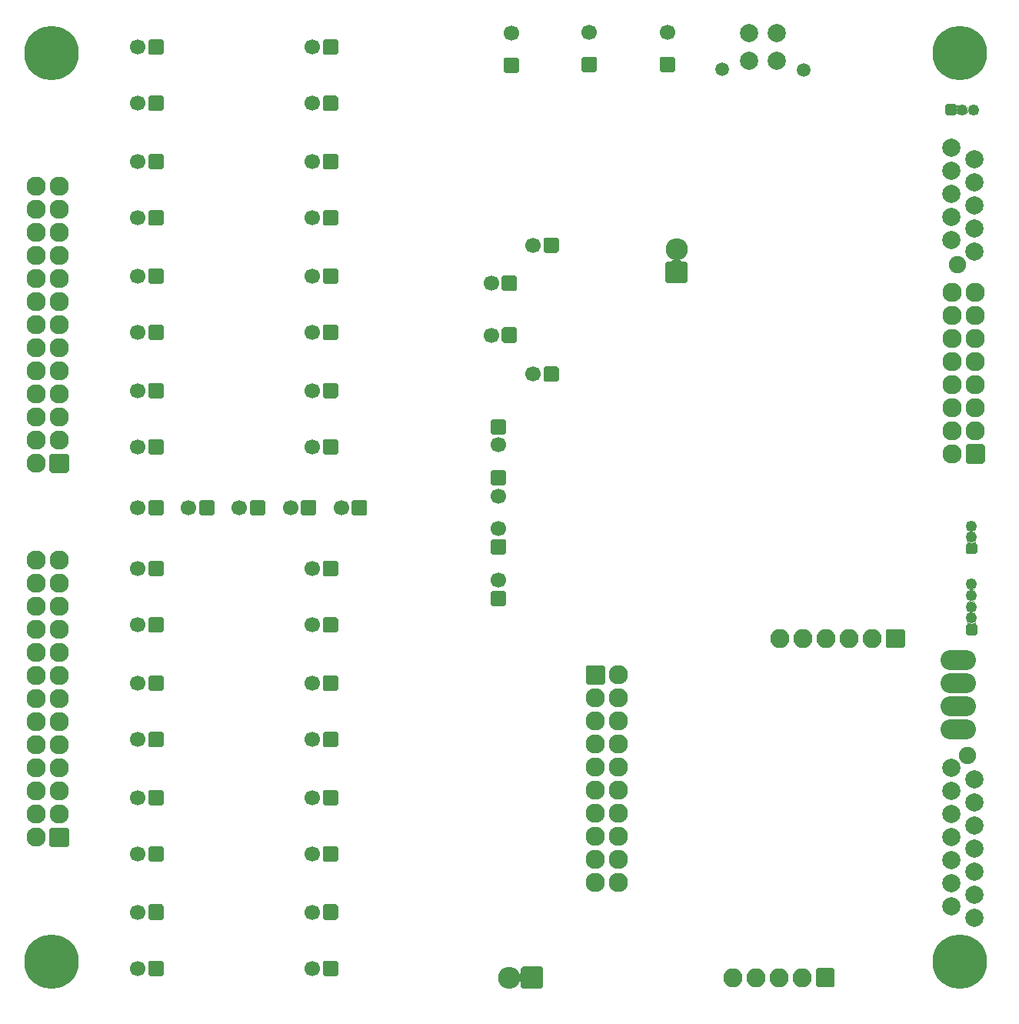
<source format=gbs>
G04 #@! TF.GenerationSoftware,KiCad,Pcbnew,(5.1.8-0-10_14)*
G04 #@! TF.CreationDate,2021-10-08T12:16:29+02:00*
G04 #@! TF.ProjectId,freeDSP-aurora,66726565-4453-4502-9d61-75726f72612e,rev?*
G04 #@! TF.SameCoordinates,Original*
G04 #@! TF.FileFunction,Soldermask,Bot*
G04 #@! TF.FilePolarity,Negative*
%FSLAX46Y46*%
G04 Gerber Fmt 4.6, Leading zero omitted, Abs format (unit mm)*
G04 Created by KiCad (PCBNEW (5.1.8-0-10_14)) date 2021-10-08 12:16:29*
%MOMM*%
%LPD*%
G01*
G04 APERTURE LIST*
%ADD10C,1.700000*%
%ADD11O,3.900120X2.200860*%
%ADD12C,1.250000*%
%ADD13C,2.000000*%
%ADD14C,1.900000*%
%ADD15C,1.500000*%
%ADD16O,2.127200X2.127200*%
%ADD17O,2.432000X2.432000*%
%ADD18C,6.000000*%
%ADD19O,2.100000X2.100000*%
%ADD20C,0.100000*%
G04 APERTURE END LIST*
G36*
G01*
X126550000Y-86450000D02*
X126550000Y-87750000D01*
G75*
G02*
X126350000Y-87950000I-200000J0D01*
G01*
X125050000Y-87950000D01*
G75*
G02*
X124850000Y-87750000I0J200000D01*
G01*
X124850000Y-86450000D01*
G75*
G02*
X125050000Y-86250000I200000J0D01*
G01*
X126350000Y-86250000D01*
G75*
G02*
X126550000Y-86450000I0J-200000D01*
G01*
G37*
D10*
X123700000Y-87100000D03*
G36*
G01*
X107350000Y-86450000D02*
X107350000Y-87750000D01*
G75*
G02*
X107150000Y-87950000I-200000J0D01*
G01*
X105850000Y-87950000D01*
G75*
G02*
X105650000Y-87750000I0J200000D01*
G01*
X105650000Y-86450000D01*
G75*
G02*
X105850000Y-86250000I200000J0D01*
G01*
X107150000Y-86250000D01*
G75*
G02*
X107350000Y-86450000I0J-200000D01*
G01*
G37*
X104500000Y-87100000D03*
G36*
G01*
X150850000Y-70450000D02*
X150850000Y-71750000D01*
G75*
G02*
X150650000Y-71950000I-200000J0D01*
G01*
X149350000Y-71950000D01*
G75*
G02*
X149150000Y-71750000I0J200000D01*
G01*
X149150000Y-70450000D01*
G75*
G02*
X149350000Y-70250000I200000J0D01*
G01*
X150650000Y-70250000D01*
G75*
G02*
X150850000Y-70450000I0J-200000D01*
G01*
G37*
X148000000Y-71100000D03*
G36*
G01*
X126550000Y-92650000D02*
X126550000Y-93950000D01*
G75*
G02*
X126350000Y-94150000I-200000J0D01*
G01*
X125050000Y-94150000D01*
G75*
G02*
X124850000Y-93950000I0J200000D01*
G01*
X124850000Y-92650000D01*
G75*
G02*
X125050000Y-92450000I200000J0D01*
G01*
X126350000Y-92450000D01*
G75*
G02*
X126550000Y-92650000I0J-200000D01*
G01*
G37*
X123700000Y-93300000D03*
G36*
G01*
X107350000Y-92650000D02*
X107350000Y-93950000D01*
G75*
G02*
X107150000Y-94150000I-200000J0D01*
G01*
X105850000Y-94150000D01*
G75*
G02*
X105650000Y-93950000I0J200000D01*
G01*
X105650000Y-92650000D01*
G75*
G02*
X105850000Y-92450000I200000J0D01*
G01*
X107150000Y-92450000D01*
G75*
G02*
X107350000Y-92650000I0J-200000D01*
G01*
G37*
X104500000Y-93300000D03*
G36*
G01*
X146250000Y-74650000D02*
X146250000Y-75950000D01*
G75*
G02*
X146050000Y-76150000I-200000J0D01*
G01*
X144750000Y-76150000D01*
G75*
G02*
X144550000Y-75950000I0J200000D01*
G01*
X144550000Y-74650000D01*
G75*
G02*
X144750000Y-74450000I200000J0D01*
G01*
X146050000Y-74450000D01*
G75*
G02*
X146250000Y-74650000I0J-200000D01*
G01*
G37*
X143400000Y-75300000D03*
G36*
G01*
X126550000Y-73850000D02*
X126550000Y-75150000D01*
G75*
G02*
X126350000Y-75350000I-200000J0D01*
G01*
X125050000Y-75350000D01*
G75*
G02*
X124850000Y-75150000I0J200000D01*
G01*
X124850000Y-73850000D01*
G75*
G02*
X125050000Y-73650000I200000J0D01*
G01*
X126350000Y-73650000D01*
G75*
G02*
X126550000Y-73850000I0J-200000D01*
G01*
G37*
X123700000Y-74500000D03*
G36*
G01*
X107350000Y-73850000D02*
X107350000Y-75150000D01*
G75*
G02*
X107150000Y-75350000I-200000J0D01*
G01*
X105850000Y-75350000D01*
G75*
G02*
X105650000Y-75150000I0J200000D01*
G01*
X105650000Y-73850000D01*
G75*
G02*
X105850000Y-73650000I200000J0D01*
G01*
X107150000Y-73650000D01*
G75*
G02*
X107350000Y-73850000I0J-200000D01*
G01*
G37*
X104500000Y-74500000D03*
G36*
G01*
X126550000Y-80050000D02*
X126550000Y-81350000D01*
G75*
G02*
X126350000Y-81550000I-200000J0D01*
G01*
X125050000Y-81550000D01*
G75*
G02*
X124850000Y-81350000I0J200000D01*
G01*
X124850000Y-80050000D01*
G75*
G02*
X125050000Y-79850000I200000J0D01*
G01*
X126350000Y-79850000D01*
G75*
G02*
X126550000Y-80050000I0J-200000D01*
G01*
G37*
X123700000Y-80700000D03*
G36*
G01*
X107350000Y-80050000D02*
X107350000Y-81350000D01*
G75*
G02*
X107150000Y-81550000I-200000J0D01*
G01*
X105850000Y-81550000D01*
G75*
G02*
X105650000Y-81350000I0J200000D01*
G01*
X105650000Y-80050000D01*
G75*
G02*
X105850000Y-79850000I200000J0D01*
G01*
X107150000Y-79850000D01*
G75*
G02*
X107350000Y-80050000I0J-200000D01*
G01*
G37*
X104500000Y-80700000D03*
G36*
G01*
X146250000Y-80350000D02*
X146250000Y-81650000D01*
G75*
G02*
X146050000Y-81850000I-200000J0D01*
G01*
X144750000Y-81850000D01*
G75*
G02*
X144550000Y-81650000I0J200000D01*
G01*
X144550000Y-80350000D01*
G75*
G02*
X144750000Y-80150000I200000J0D01*
G01*
X146050000Y-80150000D01*
G75*
G02*
X146250000Y-80350000I0J-200000D01*
G01*
G37*
X143400000Y-81000000D03*
G36*
G01*
X126550000Y-61250000D02*
X126550000Y-62550000D01*
G75*
G02*
X126350000Y-62750000I-200000J0D01*
G01*
X125050000Y-62750000D01*
G75*
G02*
X124850000Y-62550000I0J200000D01*
G01*
X124850000Y-61250000D01*
G75*
G02*
X125050000Y-61050000I200000J0D01*
G01*
X126350000Y-61050000D01*
G75*
G02*
X126550000Y-61250000I0J-200000D01*
G01*
G37*
X123700000Y-61900000D03*
G36*
G01*
X107350000Y-61250000D02*
X107350000Y-62550000D01*
G75*
G02*
X107150000Y-62750000I-200000J0D01*
G01*
X105850000Y-62750000D01*
G75*
G02*
X105650000Y-62550000I0J200000D01*
G01*
X105650000Y-61250000D01*
G75*
G02*
X105850000Y-61050000I200000J0D01*
G01*
X107150000Y-61050000D01*
G75*
G02*
X107350000Y-61250000I0J-200000D01*
G01*
G37*
X104500000Y-61900000D03*
G36*
G01*
X150850000Y-84650000D02*
X150850000Y-85950000D01*
G75*
G02*
X150650000Y-86150000I-200000J0D01*
G01*
X149350000Y-86150000D01*
G75*
G02*
X149150000Y-85950000I0J200000D01*
G01*
X149150000Y-84650000D01*
G75*
G02*
X149350000Y-84450000I200000J0D01*
G01*
X150650000Y-84450000D01*
G75*
G02*
X150850000Y-84650000I0J-200000D01*
G01*
G37*
X148000000Y-85300000D03*
G36*
G01*
X126550000Y-67450000D02*
X126550000Y-68750000D01*
G75*
G02*
X126350000Y-68950000I-200000J0D01*
G01*
X125050000Y-68950000D01*
G75*
G02*
X124850000Y-68750000I0J200000D01*
G01*
X124850000Y-67450000D01*
G75*
G02*
X125050000Y-67250000I200000J0D01*
G01*
X126350000Y-67250000D01*
G75*
G02*
X126550000Y-67450000I0J-200000D01*
G01*
G37*
X123700000Y-68100000D03*
G36*
G01*
X107350000Y-67450000D02*
X107350000Y-68750000D01*
G75*
G02*
X107150000Y-68950000I-200000J0D01*
G01*
X105850000Y-68950000D01*
G75*
G02*
X105650000Y-68750000I0J200000D01*
G01*
X105650000Y-67450000D01*
G75*
G02*
X105850000Y-67250000I200000J0D01*
G01*
X107150000Y-67250000D01*
G75*
G02*
X107350000Y-67450000I0J-200000D01*
G01*
G37*
X104500000Y-68100000D03*
G36*
G01*
X107350000Y-48650000D02*
X107350000Y-49950000D01*
G75*
G02*
X107150000Y-50150000I-200000J0D01*
G01*
X105850000Y-50150000D01*
G75*
G02*
X105650000Y-49950000I0J200000D01*
G01*
X105650000Y-48650000D01*
G75*
G02*
X105850000Y-48450000I200000J0D01*
G01*
X107150000Y-48450000D01*
G75*
G02*
X107350000Y-48650000I0J-200000D01*
G01*
G37*
X104500000Y-49300000D03*
G36*
G01*
X126550000Y-48650000D02*
X126550000Y-49950000D01*
G75*
G02*
X126350000Y-50150000I-200000J0D01*
G01*
X125050000Y-50150000D01*
G75*
G02*
X124850000Y-49950000I0J200000D01*
G01*
X124850000Y-48650000D01*
G75*
G02*
X125050000Y-48450000I200000J0D01*
G01*
X126350000Y-48450000D01*
G75*
G02*
X126550000Y-48650000I0J-200000D01*
G01*
G37*
X123700000Y-49300000D03*
G36*
G01*
X107350000Y-54850000D02*
X107350000Y-56150000D01*
G75*
G02*
X107150000Y-56350000I-200000J0D01*
G01*
X105850000Y-56350000D01*
G75*
G02*
X105650000Y-56150000I0J200000D01*
G01*
X105650000Y-54850000D01*
G75*
G02*
X105850000Y-54650000I200000J0D01*
G01*
X107150000Y-54650000D01*
G75*
G02*
X107350000Y-54850000I0J-200000D01*
G01*
G37*
X104500000Y-55500000D03*
G36*
G01*
X126550000Y-54850000D02*
X126550000Y-56150000D01*
G75*
G02*
X126350000Y-56350000I-200000J0D01*
G01*
X125050000Y-56350000D01*
G75*
G02*
X124850000Y-56150000I0J200000D01*
G01*
X124850000Y-54850000D01*
G75*
G02*
X125050000Y-54650000I200000J0D01*
G01*
X126350000Y-54650000D01*
G75*
G02*
X126550000Y-54850000I0J-200000D01*
G01*
G37*
X123700000Y-55500000D03*
G36*
G01*
X144850000Y-110850000D02*
X143550000Y-110850000D01*
G75*
G02*
X143350000Y-110650000I0J200000D01*
G01*
X143350000Y-109350000D01*
G75*
G02*
X143550000Y-109150000I200000J0D01*
G01*
X144850000Y-109150000D01*
G75*
G02*
X145050000Y-109350000I0J-200000D01*
G01*
X145050000Y-110650000D01*
G75*
G02*
X144850000Y-110850000I-200000J0D01*
G01*
G37*
X144200000Y-108000000D03*
G36*
G01*
X144850000Y-105150000D02*
X143550000Y-105150000D01*
G75*
G02*
X143350000Y-104950000I0J200000D01*
G01*
X143350000Y-103650000D01*
G75*
G02*
X143550000Y-103450000I200000J0D01*
G01*
X144850000Y-103450000D01*
G75*
G02*
X145050000Y-103650000I0J-200000D01*
G01*
X145050000Y-104950000D01*
G75*
G02*
X144850000Y-105150000I-200000J0D01*
G01*
G37*
X144200000Y-102300000D03*
G36*
G01*
X143550000Y-95850000D02*
X144850000Y-95850000D01*
G75*
G02*
X145050000Y-96050000I0J-200000D01*
G01*
X145050000Y-97350000D01*
G75*
G02*
X144850000Y-97550000I-200000J0D01*
G01*
X143550000Y-97550000D01*
G75*
G02*
X143350000Y-97350000I0J200000D01*
G01*
X143350000Y-96050000D01*
G75*
G02*
X143550000Y-95850000I200000J0D01*
G01*
G37*
X144200000Y-98700000D03*
G36*
G01*
X143550000Y-90250000D02*
X144850000Y-90250000D01*
G75*
G02*
X145050000Y-90450000I0J-200000D01*
G01*
X145050000Y-91750000D01*
G75*
G02*
X144850000Y-91950000I-200000J0D01*
G01*
X143550000Y-91950000D01*
G75*
G02*
X143350000Y-91750000I0J200000D01*
G01*
X143350000Y-90450000D01*
G75*
G02*
X143550000Y-90250000I200000J0D01*
G01*
G37*
X144200000Y-93100000D03*
X154200000Y-47700000D03*
G36*
G01*
X154850000Y-52050000D02*
X153550000Y-52050000D01*
G75*
G02*
X153350000Y-51850000I0J200000D01*
G01*
X153350000Y-50550000D01*
G75*
G02*
X153550000Y-50350000I200000J0D01*
G01*
X154850000Y-50350000D01*
G75*
G02*
X155050000Y-50550000I0J-200000D01*
G01*
X155050000Y-51850000D01*
G75*
G02*
X154850000Y-52050000I-200000J0D01*
G01*
G37*
X162800000Y-47700000D03*
G36*
G01*
X163450000Y-52050000D02*
X162150000Y-52050000D01*
G75*
G02*
X161950000Y-51850000I0J200000D01*
G01*
X161950000Y-50550000D01*
G75*
G02*
X162150000Y-50350000I200000J0D01*
G01*
X163450000Y-50350000D01*
G75*
G02*
X163650000Y-50550000I0J-200000D01*
G01*
X163650000Y-51850000D01*
G75*
G02*
X163450000Y-52050000I-200000J0D01*
G01*
G37*
X145600000Y-47800000D03*
G36*
G01*
X146250000Y-52150000D02*
X144950000Y-52150000D01*
G75*
G02*
X144750000Y-51950000I0J200000D01*
G01*
X144750000Y-50650000D01*
G75*
G02*
X144950000Y-50450000I200000J0D01*
G01*
X146250000Y-50450000D01*
G75*
G02*
X146450000Y-50650000I0J-200000D01*
G01*
X146450000Y-51950000D01*
G75*
G02*
X146250000Y-52150000I-200000J0D01*
G01*
G37*
D11*
X194800000Y-124400000D03*
X194800000Y-121860000D03*
X194800000Y-119320000D03*
X194800000Y-116780000D03*
G36*
G01*
X196725000Y-105125000D02*
X195875000Y-105125000D01*
G75*
G02*
X195675000Y-104925000I0J200000D01*
G01*
X195675000Y-104075000D01*
G75*
G02*
X195875000Y-103875000I200000J0D01*
G01*
X196725000Y-103875000D01*
G75*
G02*
X196925000Y-104075000I0J-200000D01*
G01*
X196925000Y-104925000D01*
G75*
G02*
X196725000Y-105125000I-200000J0D01*
G01*
G37*
D12*
X196300000Y-103250000D03*
X196300000Y-102000000D03*
G36*
G01*
X196725000Y-114025000D02*
X195875000Y-114025000D01*
G75*
G02*
X195675000Y-113825000I0J200000D01*
G01*
X195675000Y-112975000D01*
G75*
G02*
X195875000Y-112775000I200000J0D01*
G01*
X196725000Y-112775000D01*
G75*
G02*
X196925000Y-112975000I0J-200000D01*
G01*
X196925000Y-113825000D01*
G75*
G02*
X196725000Y-114025000I-200000J0D01*
G01*
G37*
X196300000Y-112150000D03*
X196300000Y-110900000D03*
X196300000Y-109650000D03*
X196300000Y-108400000D03*
D13*
X194060000Y-128630000D03*
X196600000Y-129900000D03*
X194060000Y-131170000D03*
X196600000Y-132440000D03*
X194060000Y-133710000D03*
X196600000Y-134980000D03*
X194060000Y-136250000D03*
X196600000Y-137520000D03*
X194060000Y-138790000D03*
X196600000Y-140060000D03*
X194060000Y-141330000D03*
X196600000Y-142600000D03*
X194060000Y-143870000D03*
X196600000Y-145140000D03*
D14*
X195860000Y-127230000D03*
D15*
X177800000Y-51800000D03*
D13*
X171800000Y-47800000D03*
X174800000Y-47800000D03*
X171800000Y-50800000D03*
X174800000Y-50800000D03*
D15*
X168800000Y-51740000D03*
G36*
G01*
X197763600Y-93216400D02*
X197763600Y-94943600D01*
G75*
G02*
X197563600Y-95143600I-200000J0D01*
G01*
X195836400Y-95143600D01*
G75*
G02*
X195636400Y-94943600I0J200000D01*
G01*
X195636400Y-93216400D01*
G75*
G02*
X195836400Y-93016400I200000J0D01*
G01*
X197563600Y-93016400D01*
G75*
G02*
X197763600Y-93216400I0J-200000D01*
G01*
G37*
D16*
X194160000Y-94080000D03*
X196700000Y-91540000D03*
X194160000Y-91540000D03*
X196700000Y-89000000D03*
X194160000Y-89000000D03*
X196700000Y-86460000D03*
X194160000Y-86460000D03*
X196700000Y-83920000D03*
X194160000Y-83920000D03*
X196700000Y-81380000D03*
X194160000Y-81380000D03*
X196700000Y-78840000D03*
X194160000Y-78840000D03*
X196700000Y-76300000D03*
X194160000Y-76300000D03*
G36*
G01*
X165016000Y-73084000D02*
X165016000Y-75116000D01*
G75*
G02*
X164816000Y-75316000I-200000J0D01*
G01*
X162784000Y-75316000D01*
G75*
G02*
X162584000Y-75116000I0J200000D01*
G01*
X162584000Y-73084000D01*
G75*
G02*
X162784000Y-72884000I200000J0D01*
G01*
X164816000Y-72884000D01*
G75*
G02*
X165016000Y-73084000I0J-200000D01*
G01*
G37*
D17*
X163800000Y-71560000D03*
G36*
G01*
X153836400Y-119263600D02*
X153836400Y-117536400D01*
G75*
G02*
X154036400Y-117336400I200000J0D01*
G01*
X155763600Y-117336400D01*
G75*
G02*
X155963600Y-117536400I0J-200000D01*
G01*
X155963600Y-119263600D01*
G75*
G02*
X155763600Y-119463600I-200000J0D01*
G01*
X154036400Y-119463600D01*
G75*
G02*
X153836400Y-119263600I0J200000D01*
G01*
G37*
D16*
X157440000Y-118400000D03*
X154900000Y-120940000D03*
X157440000Y-120940000D03*
X154900000Y-123480000D03*
X157440000Y-123480000D03*
X154900000Y-126020000D03*
X157440000Y-126020000D03*
X154900000Y-128560000D03*
X157440000Y-128560000D03*
X154900000Y-131100000D03*
X157440000Y-131100000D03*
X154900000Y-133640000D03*
X157440000Y-133640000D03*
X154900000Y-136180000D03*
X157440000Y-136180000D03*
X154900000Y-138720000D03*
X157440000Y-138720000D03*
X154900000Y-141260000D03*
X157440000Y-141260000D03*
G36*
G01*
X126550000Y-150050000D02*
X126550000Y-151350000D01*
G75*
G02*
X126350000Y-151550000I-200000J0D01*
G01*
X125050000Y-151550000D01*
G75*
G02*
X124850000Y-151350000I0J200000D01*
G01*
X124850000Y-150050000D01*
G75*
G02*
X125050000Y-149850000I200000J0D01*
G01*
X126350000Y-149850000D01*
G75*
G02*
X126550000Y-150050000I0J-200000D01*
G01*
G37*
D10*
X123700000Y-150700000D03*
G36*
G01*
X107350000Y-150050000D02*
X107350000Y-151350000D01*
G75*
G02*
X107150000Y-151550000I-200000J0D01*
G01*
X105850000Y-151550000D01*
G75*
G02*
X105650000Y-151350000I0J200000D01*
G01*
X105650000Y-150050000D01*
G75*
G02*
X105850000Y-149850000I200000J0D01*
G01*
X107150000Y-149850000D01*
G75*
G02*
X107350000Y-150050000I0J-200000D01*
G01*
G37*
X104500000Y-150700000D03*
G36*
G01*
X126550000Y-143850000D02*
X126550000Y-145150000D01*
G75*
G02*
X126350000Y-145350000I-200000J0D01*
G01*
X125050000Y-145350000D01*
G75*
G02*
X124850000Y-145150000I0J200000D01*
G01*
X124850000Y-143850000D01*
G75*
G02*
X125050000Y-143650000I200000J0D01*
G01*
X126350000Y-143650000D01*
G75*
G02*
X126550000Y-143850000I0J-200000D01*
G01*
G37*
X123700000Y-144500000D03*
G36*
G01*
X107350000Y-143850000D02*
X107350000Y-145150000D01*
G75*
G02*
X107150000Y-145350000I-200000J0D01*
G01*
X105850000Y-145350000D01*
G75*
G02*
X105650000Y-145150000I0J200000D01*
G01*
X105650000Y-143850000D01*
G75*
G02*
X105850000Y-143650000I200000J0D01*
G01*
X107150000Y-143650000D01*
G75*
G02*
X107350000Y-143850000I0J-200000D01*
G01*
G37*
X104500000Y-144500000D03*
G36*
G01*
X126550000Y-137450000D02*
X126550000Y-138750000D01*
G75*
G02*
X126350000Y-138950000I-200000J0D01*
G01*
X125050000Y-138950000D01*
G75*
G02*
X124850000Y-138750000I0J200000D01*
G01*
X124850000Y-137450000D01*
G75*
G02*
X125050000Y-137250000I200000J0D01*
G01*
X126350000Y-137250000D01*
G75*
G02*
X126550000Y-137450000I0J-200000D01*
G01*
G37*
X123700000Y-138100000D03*
G36*
G01*
X107350000Y-137450000D02*
X107350000Y-138750000D01*
G75*
G02*
X107150000Y-138950000I-200000J0D01*
G01*
X105850000Y-138950000D01*
G75*
G02*
X105650000Y-138750000I0J200000D01*
G01*
X105650000Y-137450000D01*
G75*
G02*
X105850000Y-137250000I200000J0D01*
G01*
X107150000Y-137250000D01*
G75*
G02*
X107350000Y-137450000I0J-200000D01*
G01*
G37*
X104500000Y-138100000D03*
G36*
G01*
X126550000Y-131250000D02*
X126550000Y-132550000D01*
G75*
G02*
X126350000Y-132750000I-200000J0D01*
G01*
X125050000Y-132750000D01*
G75*
G02*
X124850000Y-132550000I0J200000D01*
G01*
X124850000Y-131250000D01*
G75*
G02*
X125050000Y-131050000I200000J0D01*
G01*
X126350000Y-131050000D01*
G75*
G02*
X126550000Y-131250000I0J-200000D01*
G01*
G37*
X123700000Y-131900000D03*
G36*
G01*
X107350000Y-131250000D02*
X107350000Y-132550000D01*
G75*
G02*
X107150000Y-132750000I-200000J0D01*
G01*
X105850000Y-132750000D01*
G75*
G02*
X105650000Y-132550000I0J200000D01*
G01*
X105650000Y-131250000D01*
G75*
G02*
X105850000Y-131050000I200000J0D01*
G01*
X107150000Y-131050000D01*
G75*
G02*
X107350000Y-131250000I0J-200000D01*
G01*
G37*
X104500000Y-131900000D03*
G36*
G01*
X126550000Y-124850000D02*
X126550000Y-126150000D01*
G75*
G02*
X126350000Y-126350000I-200000J0D01*
G01*
X125050000Y-126350000D01*
G75*
G02*
X124850000Y-126150000I0J200000D01*
G01*
X124850000Y-124850000D01*
G75*
G02*
X125050000Y-124650000I200000J0D01*
G01*
X126350000Y-124650000D01*
G75*
G02*
X126550000Y-124850000I0J-200000D01*
G01*
G37*
X123700000Y-125500000D03*
G36*
G01*
X107350000Y-124850000D02*
X107350000Y-126150000D01*
G75*
G02*
X107150000Y-126350000I-200000J0D01*
G01*
X105850000Y-126350000D01*
G75*
G02*
X105650000Y-126150000I0J200000D01*
G01*
X105650000Y-124850000D01*
G75*
G02*
X105850000Y-124650000I200000J0D01*
G01*
X107150000Y-124650000D01*
G75*
G02*
X107350000Y-124850000I0J-200000D01*
G01*
G37*
X104500000Y-125500000D03*
G36*
G01*
X126550000Y-118650000D02*
X126550000Y-119950000D01*
G75*
G02*
X126350000Y-120150000I-200000J0D01*
G01*
X125050000Y-120150000D01*
G75*
G02*
X124850000Y-119950000I0J200000D01*
G01*
X124850000Y-118650000D01*
G75*
G02*
X125050000Y-118450000I200000J0D01*
G01*
X126350000Y-118450000D01*
G75*
G02*
X126550000Y-118650000I0J-200000D01*
G01*
G37*
X123700000Y-119300000D03*
G36*
G01*
X107350000Y-118650000D02*
X107350000Y-119950000D01*
G75*
G02*
X107150000Y-120150000I-200000J0D01*
G01*
X105850000Y-120150000D01*
G75*
G02*
X105650000Y-119950000I0J200000D01*
G01*
X105650000Y-118650000D01*
G75*
G02*
X105850000Y-118450000I200000J0D01*
G01*
X107150000Y-118450000D01*
G75*
G02*
X107350000Y-118650000I0J-200000D01*
G01*
G37*
X104500000Y-119300000D03*
G36*
G01*
X126550000Y-112250000D02*
X126550000Y-113550000D01*
G75*
G02*
X126350000Y-113750000I-200000J0D01*
G01*
X125050000Y-113750000D01*
G75*
G02*
X124850000Y-113550000I0J200000D01*
G01*
X124850000Y-112250000D01*
G75*
G02*
X125050000Y-112050000I200000J0D01*
G01*
X126350000Y-112050000D01*
G75*
G02*
X126550000Y-112250000I0J-200000D01*
G01*
G37*
X123700000Y-112900000D03*
G36*
G01*
X107350000Y-112250000D02*
X107350000Y-113550000D01*
G75*
G02*
X107150000Y-113750000I-200000J0D01*
G01*
X105850000Y-113750000D01*
G75*
G02*
X105650000Y-113550000I0J200000D01*
G01*
X105650000Y-112250000D01*
G75*
G02*
X105850000Y-112050000I200000J0D01*
G01*
X107150000Y-112050000D01*
G75*
G02*
X107350000Y-112250000I0J-200000D01*
G01*
G37*
X104500000Y-112900000D03*
G36*
G01*
X126550000Y-106050000D02*
X126550000Y-107350000D01*
G75*
G02*
X126350000Y-107550000I-200000J0D01*
G01*
X125050000Y-107550000D01*
G75*
G02*
X124850000Y-107350000I0J200000D01*
G01*
X124850000Y-106050000D01*
G75*
G02*
X125050000Y-105850000I200000J0D01*
G01*
X126350000Y-105850000D01*
G75*
G02*
X126550000Y-106050000I0J-200000D01*
G01*
G37*
X123700000Y-106700000D03*
G36*
G01*
X107350000Y-106050000D02*
X107350000Y-107350000D01*
G75*
G02*
X107150000Y-107550000I-200000J0D01*
G01*
X105850000Y-107550000D01*
G75*
G02*
X105650000Y-107350000I0J200000D01*
G01*
X105650000Y-106050000D01*
G75*
G02*
X105850000Y-105850000I200000J0D01*
G01*
X107150000Y-105850000D01*
G75*
G02*
X107350000Y-106050000I0J-200000D01*
G01*
G37*
X104500000Y-106700000D03*
D13*
X196570000Y-71815000D03*
X194030000Y-70545000D03*
X196570000Y-69275000D03*
X194030000Y-68005000D03*
X196570000Y-66735000D03*
X194030000Y-65465000D03*
X196570000Y-64195000D03*
X194030000Y-62925000D03*
X196570000Y-61655000D03*
X194030000Y-60385000D03*
D14*
X194770000Y-73215000D03*
D18*
X95000000Y-150000000D03*
X195000000Y-150000000D03*
X195000000Y-50000000D03*
X95000000Y-50000000D03*
D12*
X196500000Y-56200000D03*
X195250000Y-56200000D03*
G36*
G01*
X193375000Y-56625000D02*
X193375000Y-55775000D01*
G75*
G02*
X193575000Y-55575000I200000J0D01*
G01*
X194425000Y-55575000D01*
G75*
G02*
X194625000Y-55775000I0J-200000D01*
G01*
X194625000Y-56625000D01*
G75*
G02*
X194425000Y-56825000I-200000J0D01*
G01*
X193575000Y-56825000D01*
G75*
G02*
X193375000Y-56625000I0J200000D01*
G01*
G37*
D17*
X145360000Y-151700000D03*
G36*
G01*
X146884000Y-150484000D02*
X148916000Y-150484000D01*
G75*
G02*
X149116000Y-150684000I0J-200000D01*
G01*
X149116000Y-152716000D01*
G75*
G02*
X148916000Y-152916000I-200000J0D01*
G01*
X146884000Y-152916000D01*
G75*
G02*
X146684000Y-152716000I0J200000D01*
G01*
X146684000Y-150684000D01*
G75*
G02*
X146884000Y-150484000I200000J0D01*
G01*
G37*
D10*
X126900000Y-100000000D03*
G36*
G01*
X129750000Y-99350000D02*
X129750000Y-100650000D01*
G75*
G02*
X129550000Y-100850000I-200000J0D01*
G01*
X128250000Y-100850000D01*
G75*
G02*
X128050000Y-100650000I0J200000D01*
G01*
X128050000Y-99350000D01*
G75*
G02*
X128250000Y-99150000I200000J0D01*
G01*
X129550000Y-99150000D01*
G75*
G02*
X129750000Y-99350000I0J-200000D01*
G01*
G37*
X121300000Y-100000000D03*
G36*
G01*
X124150000Y-99350000D02*
X124150000Y-100650000D01*
G75*
G02*
X123950000Y-100850000I-200000J0D01*
G01*
X122650000Y-100850000D01*
G75*
G02*
X122450000Y-100650000I0J200000D01*
G01*
X122450000Y-99350000D01*
G75*
G02*
X122650000Y-99150000I200000J0D01*
G01*
X123950000Y-99150000D01*
G75*
G02*
X124150000Y-99350000I0J-200000D01*
G01*
G37*
X115700000Y-100000000D03*
G36*
G01*
X118550000Y-99350000D02*
X118550000Y-100650000D01*
G75*
G02*
X118350000Y-100850000I-200000J0D01*
G01*
X117050000Y-100850000D01*
G75*
G02*
X116850000Y-100650000I0J200000D01*
G01*
X116850000Y-99350000D01*
G75*
G02*
X117050000Y-99150000I200000J0D01*
G01*
X118350000Y-99150000D01*
G75*
G02*
X118550000Y-99350000I0J-200000D01*
G01*
G37*
X110100000Y-100000000D03*
G36*
G01*
X112950000Y-99350000D02*
X112950000Y-100650000D01*
G75*
G02*
X112750000Y-100850000I-200000J0D01*
G01*
X111450000Y-100850000D01*
G75*
G02*
X111250000Y-100650000I0J200000D01*
G01*
X111250000Y-99350000D01*
G75*
G02*
X111450000Y-99150000I200000J0D01*
G01*
X112750000Y-99150000D01*
G75*
G02*
X112950000Y-99350000I0J-200000D01*
G01*
G37*
X104500000Y-100000000D03*
G36*
G01*
X107350000Y-99350000D02*
X107350000Y-100650000D01*
G75*
G02*
X107150000Y-100850000I-200000J0D01*
G01*
X105850000Y-100850000D01*
G75*
G02*
X105650000Y-100650000I0J200000D01*
G01*
X105650000Y-99350000D01*
G75*
G02*
X105850000Y-99150000I200000J0D01*
G01*
X107150000Y-99150000D01*
G75*
G02*
X107350000Y-99350000I0J-200000D01*
G01*
G37*
D16*
X93310000Y-105800000D03*
X95850000Y-105800000D03*
X93310000Y-108340000D03*
X95850000Y-108340000D03*
X93310000Y-110880000D03*
X95850000Y-110880000D03*
X93310000Y-113420000D03*
X95850000Y-113420000D03*
X93310000Y-115960000D03*
X95850000Y-115960000D03*
X93310000Y-118500000D03*
X95850000Y-118500000D03*
X93310000Y-121040000D03*
X95850000Y-121040000D03*
X93310000Y-123580000D03*
X95850000Y-123580000D03*
X93310000Y-126120000D03*
X95850000Y-126120000D03*
X93310000Y-128660000D03*
X95850000Y-128660000D03*
X93310000Y-131200000D03*
X95850000Y-131200000D03*
X93310000Y-133740000D03*
X95850000Y-133740000D03*
X93310000Y-136280000D03*
G36*
G01*
X96713600Y-137343600D02*
X94986400Y-137343600D01*
G75*
G02*
X94786400Y-137143600I0J200000D01*
G01*
X94786400Y-135416400D01*
G75*
G02*
X94986400Y-135216400I200000J0D01*
G01*
X96713600Y-135216400D01*
G75*
G02*
X96913600Y-135416400I0J-200000D01*
G01*
X96913600Y-137143600D01*
G75*
G02*
X96713600Y-137343600I-200000J0D01*
G01*
G37*
X93310000Y-64620000D03*
X95850000Y-64620000D03*
X93310000Y-67160000D03*
X95850000Y-67160000D03*
X93310000Y-69700000D03*
X95850000Y-69700000D03*
X93310000Y-72240000D03*
X95850000Y-72240000D03*
X93310000Y-74780000D03*
X95850000Y-74780000D03*
X93310000Y-77320000D03*
X95850000Y-77320000D03*
X93310000Y-79860000D03*
X95850000Y-79860000D03*
X93310000Y-82400000D03*
X95850000Y-82400000D03*
X93310000Y-84940000D03*
X95850000Y-84940000D03*
X93310000Y-87480000D03*
X95850000Y-87480000D03*
X93310000Y-90020000D03*
X95850000Y-90020000D03*
X93310000Y-92560000D03*
X95850000Y-92560000D03*
X93310000Y-95100000D03*
G36*
G01*
X96713600Y-96163600D02*
X94986400Y-96163600D01*
G75*
G02*
X94786400Y-95963600I0J200000D01*
G01*
X94786400Y-94236400D01*
G75*
G02*
X94986400Y-94036400I200000J0D01*
G01*
X96713600Y-94036400D01*
G75*
G02*
X96913600Y-94236400I0J-200000D01*
G01*
X96913600Y-95963600D01*
G75*
G02*
X96713600Y-96163600I-200000J0D01*
G01*
G37*
G36*
G01*
X187050000Y-113350000D02*
X188750000Y-113350000D01*
G75*
G02*
X188950000Y-113550000I0J-200000D01*
G01*
X188950000Y-115250000D01*
G75*
G02*
X188750000Y-115450000I-200000J0D01*
G01*
X187050000Y-115450000D01*
G75*
G02*
X186850000Y-115250000I0J200000D01*
G01*
X186850000Y-113550000D01*
G75*
G02*
X187050000Y-113350000I200000J0D01*
G01*
G37*
D19*
X185360000Y-114400000D03*
X182820000Y-114400000D03*
X180280000Y-114400000D03*
X177740000Y-114400000D03*
X175200000Y-114400000D03*
G36*
G01*
X179330000Y-150650000D02*
X181030000Y-150650000D01*
G75*
G02*
X181230000Y-150850000I0J-200000D01*
G01*
X181230000Y-152550000D01*
G75*
G02*
X181030000Y-152750000I-200000J0D01*
G01*
X179330000Y-152750000D01*
G75*
G02*
X179130000Y-152550000I0J200000D01*
G01*
X179130000Y-150850000D01*
G75*
G02*
X179330000Y-150650000I200000J0D01*
G01*
G37*
X177640000Y-151700000D03*
X175100000Y-151700000D03*
X172560000Y-151700000D03*
X170020000Y-151700000D03*
D20*
G36*
X146685165Y-151105692D02*
G01*
X146686000Y-151107318D01*
X146686000Y-152292682D01*
X146685000Y-152294414D01*
X146683000Y-152294414D01*
X146682010Y-152292878D01*
X146679628Y-152268691D01*
X146672628Y-152245616D01*
X146661263Y-152224352D01*
X146645968Y-152205715D01*
X146627331Y-152190420D01*
X146606067Y-152179055D01*
X146582992Y-152172055D01*
X146559001Y-152169692D01*
X146535010Y-152172055D01*
X146511935Y-152179055D01*
X146490671Y-152190420D01*
X146472034Y-152205715D01*
X146456739Y-152224352D01*
X146448171Y-152240384D01*
X146446473Y-152241440D01*
X146444709Y-152240497D01*
X146444559Y-152238676D01*
X146521715Y-152052404D01*
X146568145Y-151818990D01*
X146568145Y-151581010D01*
X146521715Y-151347596D01*
X146444558Y-151161323D01*
X146444819Y-151159340D01*
X146446667Y-151158575D01*
X146448170Y-151159615D01*
X146456739Y-151175647D01*
X146472034Y-151194284D01*
X146490671Y-151209579D01*
X146511934Y-151220945D01*
X146535009Y-151227945D01*
X146559000Y-151230308D01*
X146582991Y-151227945D01*
X146606066Y-151220945D01*
X146627330Y-151209580D01*
X146645967Y-151194285D01*
X146661262Y-151175648D01*
X146672628Y-151154385D01*
X146679628Y-151131310D01*
X146682010Y-151107122D01*
X146683175Y-151105496D01*
X146685165Y-151105692D01*
G37*
G36*
X195838155Y-112564955D02*
G01*
X195904778Y-112631578D01*
X196006324Y-112699428D01*
X196119154Y-112746164D01*
X196238938Y-112769990D01*
X196361062Y-112769990D01*
X196480846Y-112746164D01*
X196593676Y-112699428D01*
X196695222Y-112631578D01*
X196761845Y-112564955D01*
X196763777Y-112564437D01*
X196765191Y-112565851D01*
X196764805Y-112567638D01*
X196753288Y-112581671D01*
X196741923Y-112602935D01*
X196734923Y-112626010D01*
X196732560Y-112650001D01*
X196734923Y-112673992D01*
X196741923Y-112697067D01*
X196753288Y-112718331D01*
X196768583Y-112736968D01*
X196787220Y-112752263D01*
X196808484Y-112763628D01*
X196831559Y-112770628D01*
X196855746Y-112773010D01*
X196857372Y-112774175D01*
X196857176Y-112776165D01*
X196855550Y-112777000D01*
X195744450Y-112777000D01*
X195742718Y-112776000D01*
X195742718Y-112774000D01*
X195744254Y-112773010D01*
X195768441Y-112770628D01*
X195791516Y-112763628D01*
X195812780Y-112752263D01*
X195831417Y-112736968D01*
X195846712Y-112718331D01*
X195858077Y-112697067D01*
X195865077Y-112673992D01*
X195867440Y-112650001D01*
X195865077Y-112626010D01*
X195858077Y-112602935D01*
X195846712Y-112581671D01*
X195835195Y-112567638D01*
X195834869Y-112565664D01*
X195836415Y-112564396D01*
X195838155Y-112564955D01*
G37*
G36*
X195967228Y-111423306D02*
G01*
X196006324Y-111449428D01*
X196119154Y-111496164D01*
X196238938Y-111519990D01*
X196361062Y-111519990D01*
X196480846Y-111496164D01*
X196593676Y-111449428D01*
X196632772Y-111423306D01*
X196634768Y-111423175D01*
X196635879Y-111424838D01*
X196635152Y-111426515D01*
X196621116Y-111438033D01*
X196605821Y-111456670D01*
X196594456Y-111477934D01*
X196587456Y-111501009D01*
X196585093Y-111525000D01*
X196587456Y-111548991D01*
X196594456Y-111572066D01*
X196605821Y-111593330D01*
X196621116Y-111611967D01*
X196635152Y-111623485D01*
X196635856Y-111625357D01*
X196634588Y-111626903D01*
X196632772Y-111626694D01*
X196593676Y-111600572D01*
X196480846Y-111553836D01*
X196361062Y-111530010D01*
X196238938Y-111530010D01*
X196119154Y-111553836D01*
X196006324Y-111600572D01*
X195967228Y-111626694D01*
X195965232Y-111626825D01*
X195964121Y-111625162D01*
X195964848Y-111623485D01*
X195978884Y-111611967D01*
X195994179Y-111593330D01*
X196005544Y-111572066D01*
X196012544Y-111548991D01*
X196014907Y-111525000D01*
X196012544Y-111501009D01*
X196005544Y-111477934D01*
X195994179Y-111456670D01*
X195978884Y-111438033D01*
X195964848Y-111426515D01*
X195964144Y-111424643D01*
X195965412Y-111423097D01*
X195967228Y-111423306D01*
G37*
G36*
X195967228Y-110173306D02*
G01*
X196006324Y-110199428D01*
X196119154Y-110246164D01*
X196238938Y-110269990D01*
X196361062Y-110269990D01*
X196480846Y-110246164D01*
X196593676Y-110199428D01*
X196632772Y-110173306D01*
X196634768Y-110173175D01*
X196635879Y-110174838D01*
X196635152Y-110176515D01*
X196621116Y-110188033D01*
X196605821Y-110206670D01*
X196594456Y-110227934D01*
X196587456Y-110251009D01*
X196585093Y-110275000D01*
X196587456Y-110298991D01*
X196594456Y-110322066D01*
X196605821Y-110343330D01*
X196621116Y-110361967D01*
X196635152Y-110373485D01*
X196635856Y-110375357D01*
X196634588Y-110376903D01*
X196632772Y-110376694D01*
X196593676Y-110350572D01*
X196480846Y-110303836D01*
X196361062Y-110280010D01*
X196238938Y-110280010D01*
X196119154Y-110303836D01*
X196006324Y-110350572D01*
X195967228Y-110376694D01*
X195965232Y-110376825D01*
X195964121Y-110375162D01*
X195964848Y-110373485D01*
X195978884Y-110361967D01*
X195994179Y-110343330D01*
X196005544Y-110322066D01*
X196012544Y-110298991D01*
X196014907Y-110275000D01*
X196012544Y-110251009D01*
X196005544Y-110227934D01*
X195994179Y-110206670D01*
X195978884Y-110188033D01*
X195964848Y-110176515D01*
X195964144Y-110174643D01*
X195965412Y-110173097D01*
X195967228Y-110173306D01*
G37*
G36*
X195967228Y-108923306D02*
G01*
X196006324Y-108949428D01*
X196119154Y-108996164D01*
X196238938Y-109019990D01*
X196361062Y-109019990D01*
X196480846Y-108996164D01*
X196593676Y-108949428D01*
X196632772Y-108923306D01*
X196634768Y-108923175D01*
X196635879Y-108924838D01*
X196635152Y-108926515D01*
X196621116Y-108938033D01*
X196605821Y-108956670D01*
X196594456Y-108977934D01*
X196587456Y-109001009D01*
X196585093Y-109025000D01*
X196587456Y-109048991D01*
X196594456Y-109072066D01*
X196605821Y-109093330D01*
X196621116Y-109111967D01*
X196635152Y-109123485D01*
X196635856Y-109125357D01*
X196634588Y-109126903D01*
X196632772Y-109126694D01*
X196593676Y-109100572D01*
X196480846Y-109053836D01*
X196361062Y-109030010D01*
X196238938Y-109030010D01*
X196119154Y-109053836D01*
X196006324Y-109100572D01*
X195967228Y-109126694D01*
X195965232Y-109126825D01*
X195964121Y-109125162D01*
X195964848Y-109123485D01*
X195978884Y-109111967D01*
X195994179Y-109093330D01*
X196005544Y-109072066D01*
X196012544Y-109048991D01*
X196014907Y-109025000D01*
X196012544Y-109001009D01*
X196005544Y-108977934D01*
X195994179Y-108956670D01*
X195978884Y-108938033D01*
X195964848Y-108926515D01*
X195964144Y-108924643D01*
X195965412Y-108923097D01*
X195967228Y-108923306D01*
G37*
G36*
X195838155Y-103664955D02*
G01*
X195904778Y-103731578D01*
X196006324Y-103799428D01*
X196119154Y-103846164D01*
X196238938Y-103869990D01*
X196361062Y-103869990D01*
X196480846Y-103846164D01*
X196593676Y-103799428D01*
X196695222Y-103731578D01*
X196761845Y-103664955D01*
X196763777Y-103664437D01*
X196765191Y-103665851D01*
X196764805Y-103667638D01*
X196753288Y-103681671D01*
X196741923Y-103702935D01*
X196734923Y-103726010D01*
X196732560Y-103750001D01*
X196734923Y-103773992D01*
X196741923Y-103797067D01*
X196753288Y-103818331D01*
X196768583Y-103836968D01*
X196787220Y-103852263D01*
X196808484Y-103863628D01*
X196831559Y-103870628D01*
X196855746Y-103873010D01*
X196857372Y-103874175D01*
X196857176Y-103876165D01*
X196855550Y-103877000D01*
X195744450Y-103877000D01*
X195742718Y-103876000D01*
X195742718Y-103874000D01*
X195744254Y-103873010D01*
X195768441Y-103870628D01*
X195791516Y-103863628D01*
X195812780Y-103852263D01*
X195831417Y-103836968D01*
X195846712Y-103818331D01*
X195858077Y-103797067D01*
X195865077Y-103773992D01*
X195867440Y-103750001D01*
X195865077Y-103726010D01*
X195858077Y-103702935D01*
X195846712Y-103681671D01*
X195835195Y-103667638D01*
X195834869Y-103665664D01*
X195836415Y-103664396D01*
X195838155Y-103664955D01*
G37*
G36*
X195967228Y-102523306D02*
G01*
X196006324Y-102549428D01*
X196119154Y-102596164D01*
X196238938Y-102619990D01*
X196361062Y-102619990D01*
X196480846Y-102596164D01*
X196593676Y-102549428D01*
X196632772Y-102523306D01*
X196634768Y-102523175D01*
X196635879Y-102524838D01*
X196635152Y-102526515D01*
X196621116Y-102538033D01*
X196605821Y-102556670D01*
X196594456Y-102577934D01*
X196587456Y-102601009D01*
X196585093Y-102625000D01*
X196587456Y-102648991D01*
X196594456Y-102672066D01*
X196605821Y-102693330D01*
X196621116Y-102711967D01*
X196635152Y-102723485D01*
X196635856Y-102725357D01*
X196634588Y-102726903D01*
X196632772Y-102726694D01*
X196593676Y-102700572D01*
X196480846Y-102653836D01*
X196361062Y-102630010D01*
X196238938Y-102630010D01*
X196119154Y-102653836D01*
X196006324Y-102700572D01*
X195967228Y-102726694D01*
X195965232Y-102726825D01*
X195964121Y-102725162D01*
X195964848Y-102723485D01*
X195978884Y-102711967D01*
X195994179Y-102693330D01*
X196005544Y-102672066D01*
X196012544Y-102648991D01*
X196014907Y-102625000D01*
X196012544Y-102601009D01*
X196005544Y-102577934D01*
X195994179Y-102556670D01*
X195978884Y-102538033D01*
X195964848Y-102526515D01*
X195964144Y-102524643D01*
X195965412Y-102523097D01*
X195967228Y-102523306D01*
G37*
G36*
X164340660Y-72644819D02*
G01*
X164341425Y-72646667D01*
X164340385Y-72648170D01*
X164324353Y-72656739D01*
X164305716Y-72672034D01*
X164290421Y-72690671D01*
X164279055Y-72711934D01*
X164272055Y-72735009D01*
X164269692Y-72759000D01*
X164272055Y-72782991D01*
X164279055Y-72806066D01*
X164290420Y-72827330D01*
X164305715Y-72845967D01*
X164324352Y-72861262D01*
X164345615Y-72872628D01*
X164368690Y-72879628D01*
X164392878Y-72882010D01*
X164394504Y-72883175D01*
X164394308Y-72885165D01*
X164392682Y-72886000D01*
X163207318Y-72886000D01*
X163205586Y-72885000D01*
X163205586Y-72883000D01*
X163207122Y-72882010D01*
X163231309Y-72879628D01*
X163254384Y-72872628D01*
X163275648Y-72861263D01*
X163294285Y-72845968D01*
X163309580Y-72827331D01*
X163320945Y-72806067D01*
X163327945Y-72782992D01*
X163330308Y-72759000D01*
X163327945Y-72735010D01*
X163320945Y-72711935D01*
X163309580Y-72690671D01*
X163294285Y-72672034D01*
X163275648Y-72656739D01*
X163259616Y-72648171D01*
X163258560Y-72646473D01*
X163259503Y-72644709D01*
X163261324Y-72644559D01*
X163447596Y-72721715D01*
X163681010Y-72768145D01*
X163918990Y-72768145D01*
X164152404Y-72721715D01*
X164338677Y-72644558D01*
X164340660Y-72644819D01*
G37*
G36*
X194626990Y-55644254D02*
G01*
X194629372Y-55668441D01*
X194636372Y-55691516D01*
X194647737Y-55712780D01*
X194663032Y-55731417D01*
X194681669Y-55746712D01*
X194702933Y-55758077D01*
X194726008Y-55765077D01*
X194749999Y-55767440D01*
X194773990Y-55765077D01*
X194797065Y-55758077D01*
X194818329Y-55746712D01*
X194832362Y-55735195D01*
X194834336Y-55734869D01*
X194835604Y-55736415D01*
X194835045Y-55738155D01*
X194768422Y-55804778D01*
X194700572Y-55906324D01*
X194653836Y-56019154D01*
X194630010Y-56138938D01*
X194630010Y-56261062D01*
X194653836Y-56380846D01*
X194700572Y-56493676D01*
X194768422Y-56595222D01*
X194835045Y-56661845D01*
X194835563Y-56663777D01*
X194834149Y-56665191D01*
X194832362Y-56664805D01*
X194818329Y-56653288D01*
X194797065Y-56641923D01*
X194773990Y-56634923D01*
X194749999Y-56632560D01*
X194726008Y-56634923D01*
X194702933Y-56641923D01*
X194681669Y-56653288D01*
X194663032Y-56668583D01*
X194647737Y-56687220D01*
X194636372Y-56708484D01*
X194629372Y-56731559D01*
X194626990Y-56755746D01*
X194625825Y-56757372D01*
X194623835Y-56757176D01*
X194623000Y-56755550D01*
X194623000Y-55644450D01*
X194624000Y-55642718D01*
X194626000Y-55642718D01*
X194626990Y-55644254D01*
G37*
G36*
X195776515Y-55864848D02*
G01*
X195788033Y-55878884D01*
X195806670Y-55894179D01*
X195827934Y-55905544D01*
X195851009Y-55912544D01*
X195875000Y-55914907D01*
X195898991Y-55912544D01*
X195922066Y-55905544D01*
X195943330Y-55894179D01*
X195961967Y-55878884D01*
X195973485Y-55864848D01*
X195975357Y-55864144D01*
X195976903Y-55865412D01*
X195976694Y-55867228D01*
X195950572Y-55906324D01*
X195903836Y-56019154D01*
X195880010Y-56138938D01*
X195880010Y-56261062D01*
X195903836Y-56380846D01*
X195950572Y-56493676D01*
X195976694Y-56532772D01*
X195976825Y-56534768D01*
X195975162Y-56535879D01*
X195973485Y-56535152D01*
X195961967Y-56521116D01*
X195943330Y-56505821D01*
X195922066Y-56494456D01*
X195898991Y-56487456D01*
X195875000Y-56485093D01*
X195851009Y-56487456D01*
X195827934Y-56494456D01*
X195806670Y-56505821D01*
X195788033Y-56521116D01*
X195776515Y-56535152D01*
X195774643Y-56535856D01*
X195773097Y-56534588D01*
X195773306Y-56532772D01*
X195799428Y-56493676D01*
X195846164Y-56380846D01*
X195869990Y-56261062D01*
X195869990Y-56138938D01*
X195846164Y-56019154D01*
X195799428Y-55906324D01*
X195773306Y-55867228D01*
X195773175Y-55865232D01*
X195774838Y-55864121D01*
X195776515Y-55864848D01*
G37*
M02*

</source>
